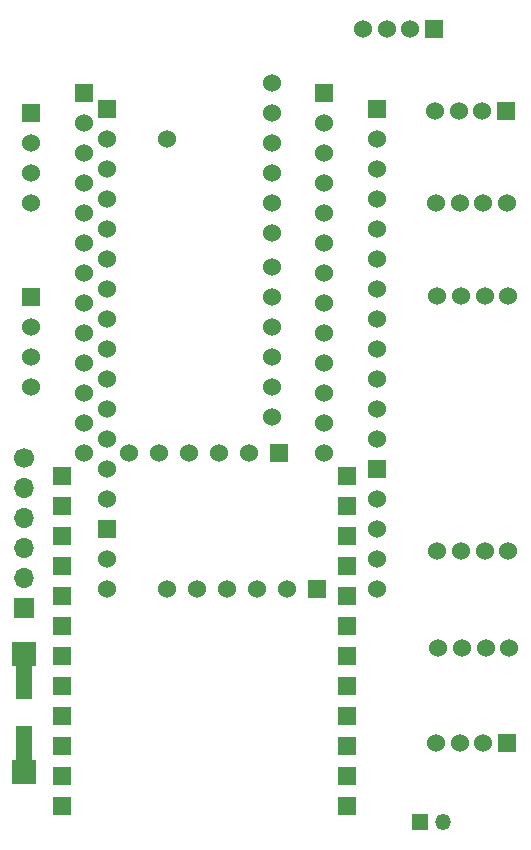
<source format=gts>
G04 #@! TF.GenerationSoftware,KiCad,Pcbnew,(5.0.0-3-g5ebb6b6)*
G04 #@! TF.CreationDate,2018-08-17T21:51:14+02:00*
G04 #@! TF.ProjectId,beep-pcb-v1.4-in-cover,626565702D7063622D76312E342D696E,rev?*
G04 #@! TF.SameCoordinates,Original*
G04 #@! TF.FileFunction,Soldermask,Top*
G04 #@! TF.FilePolarity,Negative*
%FSLAX46Y46*%
G04 Gerber Fmt 4.6, Leading zero omitted, Abs format (unit mm)*
G04 Created by KiCad (PCBNEW (5.0.0-3-g5ebb6b6)) date 2018 August 17, Friday 21:51:14*
%MOMM*%
%LPD*%
G01*
G04 APERTURE LIST*
%ADD10R,1.524000X1.524000*%
%ADD11C,1.524000*%
%ADD12R,1.700000X1.700000*%
%ADD13O,1.700000X1.700000*%
%ADD14C,1.700000*%
%ADD15R,1.998980X1.998980*%
%ADD16R,1.399540X2.999740*%
%ADD17O,1.350000X1.350000*%
%ADD18R,1.350000X1.350000*%
G04 APERTURE END LIST*
D10*
G04 #@! TO.C,U2*
X79965000Y-91780000D03*
D11*
X79965000Y-94320000D03*
X79965000Y-96860000D03*
X79965000Y-99400000D03*
X100330000Y-101940000D03*
X100330000Y-99400000D03*
X100330000Y-96860000D03*
X100330000Y-94320000D03*
X100330000Y-91780000D03*
X100330000Y-89240000D03*
G04 #@! TD*
D10*
G04 #@! TO.C,U3*
X79965000Y-76200000D03*
D11*
X79965000Y-78740000D03*
X79965000Y-81280000D03*
X79965000Y-83820000D03*
X100330000Y-86360000D03*
X100330000Y-83820000D03*
X100330000Y-81280000D03*
X100330000Y-78740000D03*
X100330000Y-76200000D03*
X100330000Y-73660000D03*
G04 #@! TD*
D10*
G04 #@! TO.C,J2*
X120230000Y-129540000D03*
D11*
X118230000Y-129540000D03*
X116230000Y-129540000D03*
X114230000Y-129540000D03*
G04 #@! TD*
G04 #@! TO.C,J3*
X120230000Y-83840000D03*
X118230000Y-83840000D03*
X116230000Y-83840000D03*
X114230000Y-83840000D03*
G04 #@! TD*
G04 #@! TO.C,J4*
X114430000Y-121540000D03*
X116430000Y-121540000D03*
X118430000Y-121540000D03*
X120430000Y-121540000D03*
G04 #@! TD*
D12*
G04 #@! TO.C,J5*
X79375000Y-118110000D03*
D13*
X79375000Y-115570000D03*
X79375000Y-113030000D03*
X79375000Y-110490000D03*
X79375000Y-107950000D03*
D14*
X79375000Y-105410000D03*
G04 #@! TD*
D11*
G04 #@! TO.C,J6*
X120330000Y-91740000D03*
X118330000Y-91740000D03*
X116330000Y-91740000D03*
X114330000Y-91740000D03*
G04 #@! TD*
G04 #@! TO.C,J7*
X120330000Y-113340000D03*
X118330000Y-113340000D03*
X116330000Y-113340000D03*
X114330000Y-113340000D03*
G04 #@! TD*
G04 #@! TO.C,J8*
X108030000Y-69140000D03*
X110030000Y-69140000D03*
X112030000Y-69140000D03*
D10*
X114030000Y-69140000D03*
G04 #@! TD*
G04 #@! TO.C,J9*
X120130000Y-76040000D03*
D11*
X118130000Y-76040000D03*
X116130000Y-76040000D03*
X114130000Y-76040000D03*
G04 #@! TD*
G04 #@! TO.C,U1*
X84420000Y-105015000D03*
X84420000Y-102475000D03*
X84420000Y-99935000D03*
X84420000Y-97395000D03*
X84420000Y-94855000D03*
X84420000Y-92315000D03*
X84420000Y-89775000D03*
X84420000Y-87235000D03*
X84420000Y-84695000D03*
X84420000Y-82155000D03*
X84420000Y-79615000D03*
X84420000Y-77075000D03*
D10*
X84420000Y-74535000D03*
D11*
X104740000Y-105015000D03*
X104740000Y-102475000D03*
X104740000Y-99935000D03*
X104740000Y-97395000D03*
X104740000Y-94855000D03*
X104740000Y-92315000D03*
X104740000Y-89775000D03*
X104740000Y-87235000D03*
X104740000Y-84695000D03*
X104740000Y-82155000D03*
X104740000Y-79615000D03*
X104740000Y-77075000D03*
D10*
X104740000Y-74535000D03*
X100930000Y-105015000D03*
D11*
X98390000Y-105015000D03*
X95850000Y-105015000D03*
X93310000Y-105015000D03*
X90770000Y-105015000D03*
X88230000Y-105015000D03*
G04 #@! TD*
D10*
G04 #@! TO.C,U4*
X86390000Y-75870000D03*
D11*
X86390000Y-78410000D03*
X86390000Y-80950000D03*
X86390000Y-83490000D03*
X86390000Y-86030000D03*
X86390000Y-88570000D03*
X86390000Y-91110000D03*
X86390000Y-93650000D03*
X86390000Y-96190000D03*
X86390000Y-98730000D03*
X86390000Y-101270000D03*
X86390000Y-103810000D03*
X86390000Y-106350000D03*
X86390000Y-108890000D03*
D10*
X86390000Y-111430000D03*
D11*
X86390000Y-113970000D03*
X86390000Y-116510000D03*
X91470000Y-116510000D03*
X94010000Y-116510000D03*
X96550000Y-116510000D03*
X99090000Y-116510000D03*
X101630000Y-116510000D03*
D10*
X104170000Y-116510000D03*
D11*
X109250000Y-116510000D03*
X109250000Y-113970000D03*
X109250000Y-111430000D03*
X109250000Y-108890000D03*
D10*
X109250000Y-106350000D03*
D11*
X109250000Y-103810000D03*
X109250000Y-101270000D03*
X109250000Y-98730000D03*
X109250000Y-96190000D03*
X109250000Y-93650000D03*
X109250000Y-91110000D03*
X109250000Y-88570000D03*
X109250000Y-86030000D03*
X109250000Y-83490000D03*
X109250000Y-80950000D03*
X109250000Y-78410000D03*
D10*
X109250000Y-75870000D03*
D11*
X91470000Y-78410000D03*
G04 #@! TD*
D10*
G04 #@! TO.C,U5*
X82580000Y-106985000D03*
X82580000Y-109525000D03*
X82580000Y-112065000D03*
X82580000Y-114605000D03*
X82580000Y-117145000D03*
X82580000Y-119685000D03*
X82580000Y-122225000D03*
X82580000Y-124765000D03*
X82580000Y-127305000D03*
X82580000Y-129845000D03*
X82580000Y-132385000D03*
X82580000Y-134925000D03*
X106710000Y-134925000D03*
X106710000Y-132385000D03*
X106710000Y-129845000D03*
X106710000Y-127305000D03*
X106710000Y-124765000D03*
X106710000Y-122225000D03*
X106710000Y-119685000D03*
X106710000Y-117145000D03*
X106710000Y-114605000D03*
X106710000Y-112065000D03*
X106710000Y-109525000D03*
X106710000Y-106985000D03*
G04 #@! TD*
D15*
G04 #@! TO.C,R1*
X79375000Y-132001260D03*
X79375000Y-121998740D03*
D16*
X79375000Y-129600960D03*
X79375000Y-124399040D03*
G04 #@! TD*
D17*
G04 #@! TO.C,J1*
X114830000Y-136240000D03*
D18*
X112830000Y-136240000D03*
G04 #@! TD*
M02*

</source>
